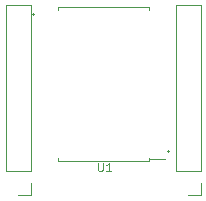
<source format=gto>
%TF.GenerationSoftware,KiCad,Pcbnew,(5.1.8)-1*%
%TF.CreationDate,2021-04-09T20:26:06+02:00*%
%TF.ProjectId,attnode_v3_micro,6174746e-6f64-4655-9f76-335f6d696372,rev?*%
%TF.SameCoordinates,Original*%
%TF.FileFunction,Legend,Top*%
%TF.FilePolarity,Positive*%
%FSLAX46Y46*%
G04 Gerber Fmt 4.6, Leading zero omitted, Abs format (unit mm)*
G04 Created by KiCad (PCBNEW (5.1.8)-1) date 2021-04-09 20:26:06*
%MOMM*%
%LPD*%
G01*
G04 APERTURE LIST*
%ADD10C,0.120000*%
%ADD11C,0.070000*%
G04 APERTURE END LIST*
D10*
X63618102Y-62310000D02*
G75*
G03*
X63618102Y-62310000I-78102J0D01*
G01*
X52198102Y-50730000D02*
G75*
G03*
X52198102Y-50730000I-78102J0D01*
G01*
%TO.C,U1*%
X58010000Y-50140000D02*
X54150000Y-50140000D01*
X54150000Y-50140000D02*
X54150000Y-50375000D01*
X58010000Y-50140000D02*
X61870000Y-50140000D01*
X61870000Y-50140000D02*
X61870000Y-50375000D01*
X58010000Y-63160000D02*
X54150000Y-63160000D01*
X54150000Y-63160000D02*
X54150000Y-62925000D01*
X58010000Y-63160000D02*
X61870000Y-63160000D01*
X61870000Y-63160000D02*
X61870000Y-62925000D01*
X61870000Y-62930000D02*
X63260000Y-62930000D01*
%TO.C,J1*%
X51860000Y-49940000D02*
X49740000Y-49940000D01*
X51860000Y-64000000D02*
X51860000Y-49940000D01*
X49740000Y-64000000D02*
X49740000Y-49940000D01*
X51860000Y-64000000D02*
X49740000Y-64000000D01*
X51860000Y-65000000D02*
X51860000Y-66060000D01*
X51860000Y-66060000D02*
X50800000Y-66060000D01*
%TO.C,J2*%
X66260000Y-66060000D02*
X65200000Y-66060000D01*
X66260000Y-65000000D02*
X66260000Y-66060000D01*
X66260000Y-64000000D02*
X64140000Y-64000000D01*
X64140000Y-64000000D02*
X64140000Y-49940000D01*
X66260000Y-64000000D02*
X66260000Y-49940000D01*
X66260000Y-49940000D02*
X64140000Y-49940000D01*
%TO.C,U1*%
D11*
X57566666Y-63306666D02*
X57566666Y-63873333D01*
X57600000Y-63940000D01*
X57633333Y-63973333D01*
X57700000Y-64006666D01*
X57833333Y-64006666D01*
X57900000Y-63973333D01*
X57933333Y-63940000D01*
X57966666Y-63873333D01*
X57966666Y-63306666D01*
X58666666Y-64006666D02*
X58266666Y-64006666D01*
X58466666Y-64006666D02*
X58466666Y-63306666D01*
X58400000Y-63406666D01*
X58333333Y-63473333D01*
X58266666Y-63506666D01*
%TD*%
M02*

</source>
